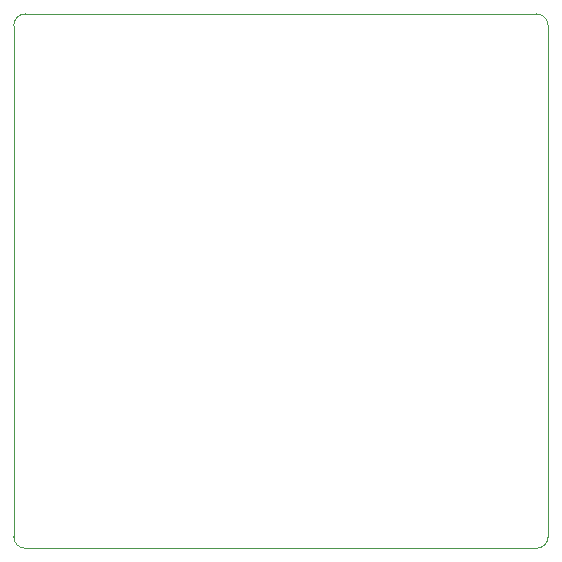
<source format=gm1>
G04 #@! TF.GenerationSoftware,KiCad,Pcbnew,8.0.2*
G04 #@! TF.CreationDate,2024-06-05T16:45:05+02:00*
G04 #@! TF.ProjectId,IF to LOW_IF Mixer,49462074-6f20-44c4-9f57-5f4946204d69,rev?*
G04 #@! TF.SameCoordinates,Original*
G04 #@! TF.FileFunction,Profile,NP*
%FSLAX46Y46*%
G04 Gerber Fmt 4.6, Leading zero omitted, Abs format (unit mm)*
G04 Created by KiCad (PCBNEW 8.0.2) date 2024-06-05 16:45:05*
%MOMM*%
%LPD*%
G01*
G04 APERTURE LIST*
G04 #@! TA.AperFunction,Profile*
%ADD10C,0.050000*%
G04 #@! TD*
G04 APERTURE END LIST*
D10*
X122500000Y-44000000D02*
X79250000Y-44000000D01*
X79250000Y-89250000D02*
X122500000Y-89250000D01*
X123500000Y-88250000D02*
X123500000Y-45000000D01*
X123500000Y-88250000D02*
G75*
G02*
X122500000Y-89250000I-1000000J0D01*
G01*
X78250000Y-45000000D02*
X78250000Y-88250000D01*
X78250000Y-45000000D02*
G75*
G02*
X79250000Y-44000000I1000000J0D01*
G01*
X79250000Y-89250000D02*
G75*
G02*
X78250000Y-88250000I0J1000000D01*
G01*
X122500000Y-44000000D02*
G75*
G02*
X123500000Y-45000000I0J-1000000D01*
G01*
M02*

</source>
